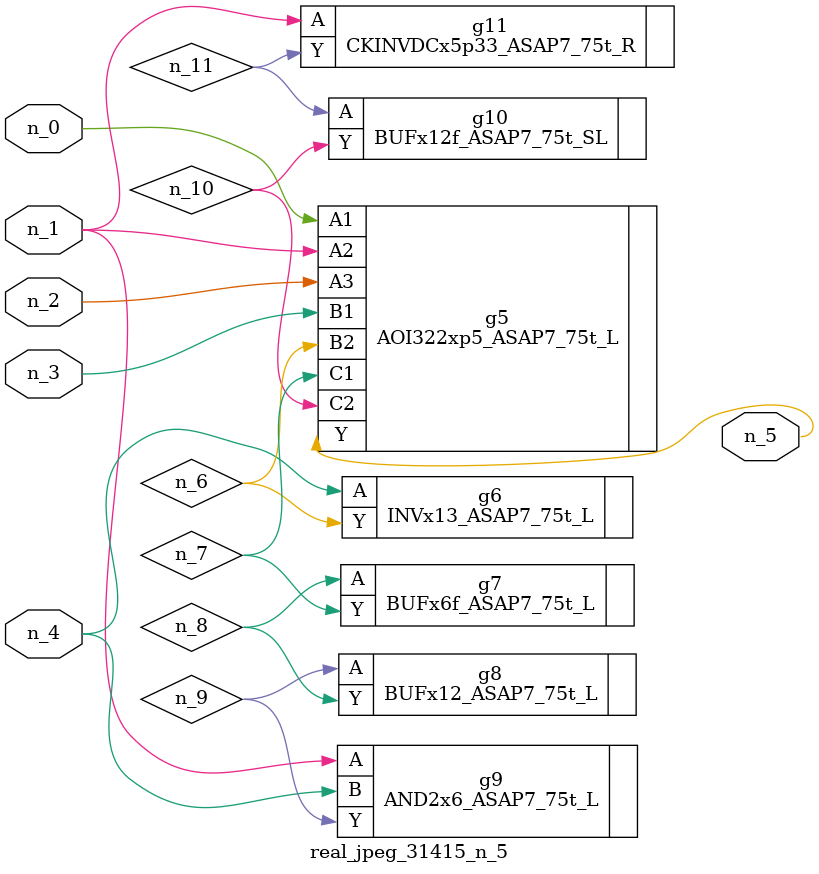
<source format=v>
module real_jpeg_31415_n_5 (n_4, n_0, n_1, n_2, n_3, n_5);

input n_4;
input n_0;
input n_1;
input n_2;
input n_3;

output n_5;

wire n_8;
wire n_11;
wire n_6;
wire n_7;
wire n_10;
wire n_9;

AOI322xp5_ASAP7_75t_L g5 ( 
.A1(n_0),
.A2(n_1),
.A3(n_2),
.B1(n_3),
.B2(n_6),
.C1(n_7),
.C2(n_10),
.Y(n_5)
);

AND2x6_ASAP7_75t_L g9 ( 
.A(n_1),
.B(n_4),
.Y(n_9)
);

CKINVDCx5p33_ASAP7_75t_R g11 ( 
.A(n_1),
.Y(n_11)
);

INVx13_ASAP7_75t_L g6 ( 
.A(n_4),
.Y(n_6)
);

BUFx6f_ASAP7_75t_L g7 ( 
.A(n_8),
.Y(n_7)
);

BUFx12_ASAP7_75t_L g8 ( 
.A(n_9),
.Y(n_8)
);

BUFx12f_ASAP7_75t_SL g10 ( 
.A(n_11),
.Y(n_10)
);


endmodule
</source>
